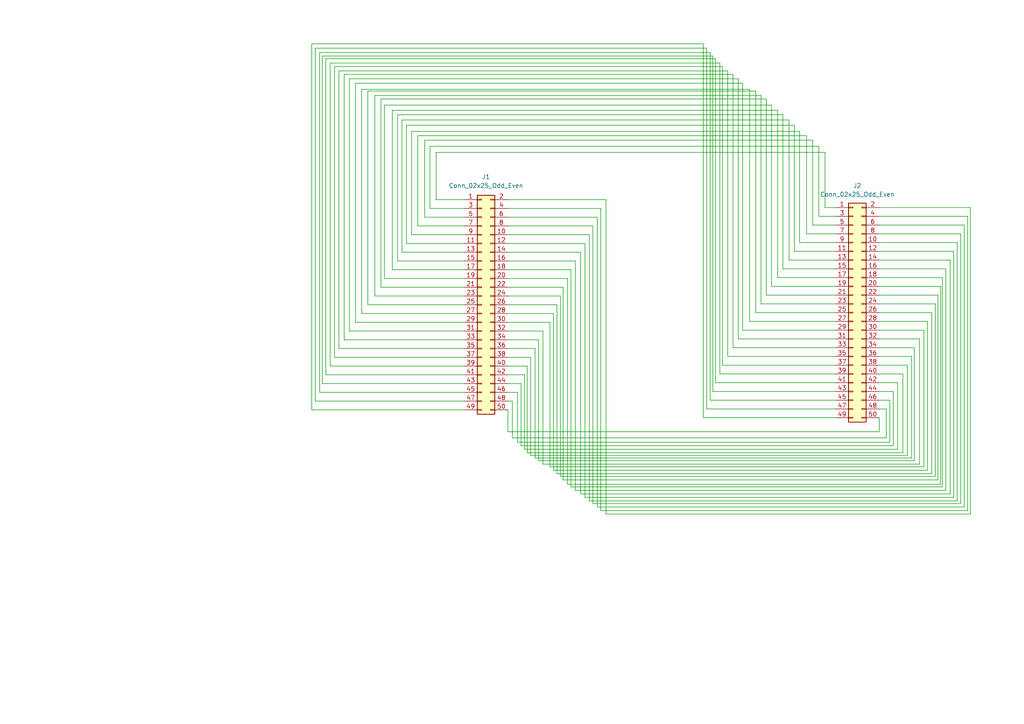
<source format=kicad_sch>
(kicad_sch (version 20211123) (generator eeschema)
  (paper "A4")
  (lib_symbols
    (symbol "Connector_Generic:Conn_02x25_Odd_Even" (pin_names (offset 1.016) hide)
      (property "Reference" "J" (at 1.27 33.02 0))
      (property "Value" "Conn_02x25_Odd_Even" (at 1.27 -33.02 0))
      (symbol "Conn_02x25_Odd_Even_1_1"
        (rectangle (start -1.27 -30.353) (end 0 -30.607) (stroke (width 0.1524)))
        (rectangle (start -1.27 -27.813) (end 0 -28.067) (stroke (width 0.1524)))
        (rectangle (start -1.27 -25.273) (end 0 -25.527) (stroke (width 0.1524)))
        (rectangle (start -1.27 -22.733) (end 0 -22.987) (stroke (width 0.1524)))
        (rectangle (start -1.27 -20.193) (end 0 -20.447) (stroke (width 0.1524)))
        (rectangle (start -1.27 -17.653) (end 0 -17.907) (stroke (width 0.1524)))
        (rectangle (start -1.27 -15.113) (end 0 -15.367) (stroke (width 0.1524)))
        (rectangle (start -1.27 -12.573) (end 0 -12.827) (stroke (width 0.1524)))
        (rectangle (start -1.27 -10.033) (end 0 -10.287) (stroke (width 0.1524)))
        (rectangle (start -1.27 -7.493) (end 0 -7.747) (stroke (width 0.1524)))
        (rectangle (start -1.27 -4.953) (end 0 -5.207) (stroke (width 0.1524)))
        (rectangle (start -1.27 -2.413) (end 0 -2.667) (stroke (width 0.1524)))
        (rectangle (start -1.27 0.127) (end 0 -0.127) (stroke (width 0.1524)))
        (rectangle (start -1.27 2.667) (end 0 2.413) (stroke (width 0.1524)))
        (rectangle (start -1.27 5.207) (end 0 4.953) (stroke (width 0.1524)))
        (rectangle (start -1.27 7.747) (end 0 7.493) (stroke (width 0.1524)))
        (rectangle (start -1.27 10.287) (end 0 10.033) (stroke (width 0.1524)))
        (rectangle (start -1.27 12.827) (end 0 12.573) (stroke (width 0.1524)))
        (rectangle (start -1.27 15.367) (end 0 15.113) (stroke (width 0.1524)))
        (rectangle (start -1.27 17.907) (end 0 17.653) (stroke (width 0.1524)))
        (rectangle (start -1.27 20.447) (end 0 20.193) (stroke (width 0.1524)))
        (rectangle (start -1.27 22.987) (end 0 22.733) (stroke (width 0.1524)))
        (rectangle (start -1.27 25.527) (end 0 25.273) (stroke (width 0.1524)))
        (rectangle (start -1.27 28.067) (end 0 27.813) (stroke (width 0.1524)))
        (rectangle (start -1.27 30.607) (end 0 30.353) (stroke (width 0.1524)))
        (rectangle (start -1.27 31.75) (end 3.81 -31.75) (stroke (width 0.254)) (fill (type background)))
        (rectangle (start 3.81 -30.353) (end 2.54 -30.607) (stroke (width 0.1524)))
        (rectangle (start 3.81 -27.813) (end 2.54 -28.067) (stroke (width 0.1524)))
        (rectangle (start 3.81 -25.273) (end 2.54 -25.527) (stroke (width 0.1524)))
        (rectangle (start 3.81 -22.733) (end 2.54 -22.987) (stroke (width 0.1524)))
        (rectangle (start 3.81 -20.193) (end 2.54 -20.447) (stroke (width 0.1524)))
        (rectangle (start 3.81 -17.653) (end 2.54 -17.907) (stroke (width 0.1524)))
        (rectangle (start 3.81 -15.113) (end 2.54 -15.367) (stroke (width 0.1524)))
        (rectangle (start 3.81 -12.573) (end 2.54 -12.827) (stroke (width 0.1524)))
        (rectangle (start 3.81 -10.033) (end 2.54 -10.287) (stroke (width 0.1524)))
        (rectangle (start 3.81 -7.493) (end 2.54 -7.747) (stroke (width 0.1524)))
        (rectangle (start 3.81 -4.953) (end 2.54 -5.207) (stroke (width 0.1524)))
        (rectangle (start 3.81 -2.413) (end 2.54 -2.667) (stroke (width 0.1524)))
        (rectangle (start 3.81 0.127) (end 2.54 -0.127) (stroke (width 0.1524)))
        (rectangle (start 3.81 2.667) (end 2.54 2.413) (stroke (width 0.1524)))
        (rectangle (start 3.81 5.207) (end 2.54 4.953) (stroke (width 0.1524)))
        (rectangle (start 3.81 7.747) (end 2.54 7.493) (stroke (width 0.1524)))
        (rectangle (start 3.81 10.287) (end 2.54 10.033) (stroke (width 0.1524)))
        (rectangle (start 3.81 12.827) (end 2.54 12.573) (stroke (width 0.1524)))
        (rectangle (start 3.81 15.367) (end 2.54 15.113) (stroke (width 0.1524)))
        (rectangle (start 3.81 17.907) (end 2.54 17.653) (stroke (width 0.1524)))
        (rectangle (start 3.81 20.447) (end 2.54 20.193) (stroke (width 0.1524)))
        (rectangle (start 3.81 22.987) (end 2.54 22.733) (stroke (width 0.1524)))
        (rectangle (start 3.81 25.527) (end 2.54 25.273) (stroke (width 0.1524)))
        (rectangle (start 3.81 28.067) (end 2.54 27.813) (stroke (width 0.1524)))
        (rectangle (start 3.81 30.607) (end 2.54 30.353) (stroke (width 0.1524)))
        (pin passive line (at -5.08 30.48 0) (length 3.81) (name "Pin_1") (number "1"))
        (pin passive line (at 7.62 20.32 180) (length 3.81) (name "Pin_10") (number "10"))
        (pin passive line (at -5.08 17.78 0) (length 3.81) (name "Pin_11") (number "11"))
        (pin passive line (at 7.62 17.78 180) (length 3.81) (name "Pin_12") (number "12"))
        (pin passive line (at -5.08 15.24 0) (length 3.81) (name "Pin_13") (number "13"))
        (pin passive line (at 7.62 15.24 180) (length 3.81) (name "Pin_14") (number "14"))
        (pin passive line (at -5.08 12.7 0) (length 3.81) (name "Pin_15") (number "15"))
        (pin passive line (at 7.62 12.7 180) (length 3.81) (name "Pin_16") (number "16"))
        (pin passive line (at -5.08 10.16 0) (length 3.81) (name "Pin_17") (number "17"))
        (pin passive line (at 7.62 10.16 180) (length 3.81) (name "Pin_18") (number "18"))
        (pin passive line (at -5.08 7.62 0) (length 3.81) (name "Pin_19") (number "19"))
        (pin passive line (at 7.62 30.48 180) (length 3.81) (name "Pin_2") (number "2"))
        (pin passive line (at 7.62 7.62 180) (length 3.81) (name "Pin_20") (number "20"))
        (pin passive line (at -5.08 5.08 0) (length 3.81) (name "Pin_21") (number "21"))
        (pin passive line (at 7.62 5.08 180) (length 3.81) (name "Pin_22") (number "22"))
        (pin passive line (at -5.08 2.54 0) (length 3.81) (name "Pin_23") (number "23"))
        (pin passive line (at 7.62 2.54 180) (length 3.81) (name "Pin_24") (number "24"))
        (pin passive line (at -5.08 0 0) (length 3.81) (name "Pin_25") (number "25"))
        (pin passive line (at 7.62 0 180) (length 3.81) (name "Pin_26") (number "26"))
        (pin passive line (at -5.08 -2.54 0) (length 3.81) (name "Pin_27") (number "27"))
        (pin passive line (at 7.62 -2.54 180) (length 3.81) (name "Pin_28") (number "28"))
        (pin passive line (at -5.08 -5.08 0) (length 3.81) (name "Pin_29") (number "29"))
        (pin passive line (at -5.08 27.94 0) (length 3.81) (name "Pin_3") (number "3"))
        (pin passive line (at 7.62 -5.08 180) (length 3.81) (name "Pin_30") (number "30"))
        (pin passive line (at -5.08 -7.62 0) (length 3.81) (name "Pin_31") (number "31"))
        (pin passive line (at 7.62 -7.62 180) (length 3.81) (name "Pin_32") (number "32"))
        (pin passive line (at -5.08 -10.16 0) (length 3.81) (name "Pin_33") (number "33"))
        (pin passive line (at 7.62 -10.16 180) (length 3.81) (name "Pin_34") (number "34"))
        (pin passive line (at -5.08 -12.7 0) (length 3.81) (name "Pin_35") (number "35"))
        (pin passive line (at 7.62 -12.7 180) (length 3.81) (name "Pin_36") (number "36"))
        (pin passive line (at -5.08 -15.24 0) (length 3.81) (name "Pin_37") (number "37"))
        (pin passive line (at 7.62 -15.24 180) (length 3.81) (name "Pin_38") (number "38"))
        (pin passive line (at -5.08 -17.78 0) (length 3.81) (name "Pin_39") (number "39"))
        (pin passive line (at 7.62 27.94 180) (length 3.81) (name "Pin_4") (number "4"))
        (pin passive line (at 7.62 -17.78 180) (length 3.81) (name "Pin_40") (number "40"))
        (pin passive line (at -5.08 -20.32 0) (length 3.81) (name "Pin_41") (number "41"))
        (pin passive line (at 7.62 -20.32 180) (length 3.81) (name "Pin_42") (number "42"))
        (pin passive line (at -5.08 -22.86 0) (length 3.81) (name "Pin_43") (number "43"))
        (pin passive line (at 7.62 -22.86 180) (length 3.81) (name "Pin_44") (number "44"))
        (pin passive line (at -5.08 -25.4 0) (length 3.81) (name "Pin_45") (number "45"))
        (pin passive line (at 7.62 -25.4 180) (length 3.81) (name "Pin_46") (number "46"))
        (pin passive line (at -5.08 -27.94 0) (length 3.81) (name "Pin_47") (number "47"))
        (pin passive line (at 7.62 -27.94 180) (length 3.81) (name "Pin_48") (number "48"))
        (pin passive line (at -5.08 -30.48 0) (length 3.81) (name "Pin_49") (number "49"))
        (pin passive line (at -5.08 25.4 0) (length 3.81) (name "Pin_5") (number "5"))
        (pin passive line (at 7.62 -30.48 180) (length 3.81) (name "Pin_50") (number "50"))
        (pin passive line (at 7.62 25.4 180) (length 3.81) (name "Pin_6") (number "6"))
        (pin passive line (at -5.08 22.86 0) (length 3.81) (name "Pin_7") (number "7"))
        (pin passive line (at 7.62 22.86 180) (length 3.81) (name "Pin_8") (number "8"))
        (pin passive line (at -5.08 20.32 0) (length 3.81) (name "Pin_9") (number "9"))
      )
    )
  )
  (wire (pts (xy 227.076 33.274) (xy 227.076 77.978)))
  (wire (pts (xy 134.62 93.472) (xy 103.124 93.472)))
  (wire (pts (xy 208.788 18.288) (xy 95.758 18.288)))
  (wire (pts (xy 261.874 108.458) (xy 255.016 108.458)))
  (wire (pts (xy 162.56 85.852) (xy 147.32 85.852)))
  (wire (pts (xy 271.272 138.176) (xy 162.56 138.176)))
  (wire (pts (xy 258.064 116.078) (xy 255.016 116.078)))
  (wire (pts (xy 134.62 83.312) (xy 110.49 83.312)))
  (wire (pts (xy 206.756 113.538) (xy 206.756 16.256)))
  (wire (pts (xy 153.924 132.08) (xy 263.144 132.08)))
  (wire (pts (xy 217.424 93.218) (xy 242.316 93.218)))
  (wire (pts (xy 212.598 100.838) (xy 242.316 100.838)))
  (wire (pts (xy 205.994 116.078) (xy 242.316 116.078)))
  (wire (pts (xy 270.256 90.678) (xy 255.016 90.678)))
  (wire (pts (xy 278.638 146.05) (xy 278.638 67.818)))
  (wire (pts (xy 235.712 65.278) (xy 242.316 65.278)))
  (wire (pts (xy 163.322 139.192) (xy 272.034 139.192)))
  (wire (pts (xy 121.158 39.37) (xy 233.934 39.37)))
  (wire (pts (xy 255.016 83.058) (xy 272.796 83.058)))
  (wire (pts (xy 273.304 80.518) (xy 255.016 80.518)))
  (wire (pts (xy 115.316 75.692) (xy 115.316 33.274)))
  (wire (pts (xy 212.598 21.59) (xy 212.598 100.838)))
  (wire (pts (xy 147.32 103.632) (xy 153.924 103.632)))
  (wire (pts (xy 272.796 140.462) (xy 164.592 140.462)))
  (wire (pts (xy 104.902 25.908) (xy 217.424 25.908)))
  (wire (pts (xy 108.712 85.852) (xy 108.712 27.686)))
  (wire (pts (xy 117.856 36.322) (xy 230.378 36.322)))
  (wire (pts (xy 153.924 103.632) (xy 153.924 132.08)))
  (wire (pts (xy 279.654 147.066) (xy 279.654 65.278)))
  (wire (pts (xy 148.59 116.332) (xy 148.59 127)))
  (wire (pts (xy 258.064 128.27) (xy 258.064 116.078)))
  (wire (pts (xy 209.55 19.304) (xy 209.55 105.918)))
  (wire (pts (xy 91.44 116.332) (xy 91.44 13.97)))
  (wire (pts (xy 207.518 17.018) (xy 207.518 110.998)))
  (wire (pts (xy 155.194 132.842) (xy 264.414 132.842)))
  (wire (pts (xy 134.62 73.152) (xy 116.586 73.152)))
  (wire (pts (xy 123.19 62.992) (xy 123.19 40.64)))
  (wire (pts (xy 150.114 128.27) (xy 258.064 128.27)))
  (wire (pts (xy 166.878 142.24) (xy 166.878 75.692)))
  (wire (pts (xy 276.606 72.898) (xy 255.016 72.898)))
  (wire (pts (xy 108.712 27.686) (xy 220.726 27.686)))
  (wire (pts (xy 272.034 139.192) (xy 272.034 85.598)))
  (wire (pts (xy 163.322 83.312) (xy 163.322 139.192)))
  (wire (pts (xy 97.028 103.632) (xy 97.028 19.304)))
  (wire (pts (xy 124.714 60.452) (xy 124.714 42.418)))
  (wire (pts (xy 92.71 113.792) (xy 92.71 15.24)))
  (wire (pts (xy 134.62 116.332) (xy 91.44 116.332)))
  (wire (pts (xy 168.402 73.152) (xy 147.32 73.152)))
  (wire (pts (xy 207.518 110.998) (xy 242.316 110.998)))
  (wire (pts (xy 281.432 60.198) (xy 281.432 149.098)))
  (wire (pts (xy 220.726 27.686) (xy 220.726 88.138)))
  (wire (pts (xy 106.68 88.392) (xy 106.68 26.416)))
  (wire (pts (xy 98.298 101.092) (xy 134.62 101.092)))
  (wire (pts (xy 223.774 30.48) (xy 223.774 83.058)))
  (wire (pts (xy 159.512 135.382) (xy 159.512 93.472)))
  (wire (pts (xy 98.298 20.574) (xy 98.298 101.092)))
  (wire (pts (xy 170.942 68.072) (xy 147.32 68.072)))
  (wire (pts (xy 274.32 142.24) (xy 166.878 142.24)))
  (wire (pts (xy 175.768 149.098) (xy 175.768 57.912)))
  (wire (pts (xy 162.56 138.176) (xy 162.56 85.852)))
  (wire (pts (xy 134.62 103.632) (xy 97.028 103.632)))
  (wire (pts (xy 214.122 98.298) (xy 214.122 22.86)))
  (wire (pts (xy 147.32 83.312) (xy 163.322 83.312)))
  (wire (pts (xy 126.492 44.196) (xy 239.268 44.196)))
  (wire (pts (xy 147.32 111.252) (xy 151.13 111.252)))
  (wire (pts (xy 223.774 83.058) (xy 242.316 83.058)))
  (wire (pts (xy 268.986 136.398) (xy 268.986 93.218)))
  (wire (pts (xy 113.792 32.004) (xy 225.552 32.004)))
  (wire (pts (xy 233.934 67.818) (xy 242.316 67.818)))
  (wire (pts (xy 95.758 106.172) (xy 134.62 106.172)))
  (wire (pts (xy 204.978 13.97) (xy 204.978 118.618)))
  (wire (pts (xy 173.228 147.066) (xy 279.654 147.066)))
  (wire (pts (xy 119.38 68.072) (xy 119.38 38.1)))
  (wire (pts (xy 220.726 88.138) (xy 242.316 88.138)))
  (wire (pts (xy 151.13 129.286) (xy 259.08 129.286)))
  (wire (pts (xy 257.048 127) (xy 257.048 118.618)))
  (wire (pts (xy 157.48 134.62) (xy 266.7 134.62)))
  (wire (pts (xy 255.016 95.758) (xy 267.97 95.758)))
  (wire (pts (xy 228.854 75.438) (xy 242.316 75.438)))
  (wire (pts (xy 134.62 62.992) (xy 123.19 62.992)))
  (wire (pts (xy 147.32 78.232) (xy 165.608 78.232)))
  (wire (pts (xy 264.414 103.378) (xy 255.016 103.378)))
  (wire (pts (xy 265.176 133.604) (xy 156.21 133.604)))
  (wire (pts (xy 242.316 103.378) (xy 211.074 103.378)))
  (wire (pts (xy 260.35 130.302) (xy 260.35 110.998)))
  (wire (pts (xy 263.144 132.08) (xy 263.144 105.918)))
  (wire (pts (xy 97.028 19.304) (xy 209.55 19.304)))
  (wire (pts (xy 214.122 22.86) (xy 101.346 22.86)))
  (wire (pts (xy 206.756 16.256) (xy 93.472 16.256)))
  (wire (pts (xy 152.146 108.712) (xy 152.146 130.302)))
  (wire (pts (xy 148.59 127) (xy 257.048 127)))
  (wire (pts (xy 260.35 110.998) (xy 255.016 110.998)))
  (wire (pts (xy 274.32 77.978) (xy 274.32 142.24)))
  (wire (pts (xy 134.62 78.232) (xy 113.792 78.232)))
  (wire (pts (xy 255.016 100.838) (xy 265.176 100.838)))
  (wire (pts (xy 215.392 24.13) (xy 215.392 95.758)))
  (wire (pts (xy 272.796 83.058) (xy 272.796 140.462)))
  (wire (pts (xy 255.016 75.438) (xy 275.59 75.438)))
  (wire (pts (xy 147.32 113.792) (xy 150.114 113.792)))
  (wire (pts (xy 227.076 77.978) (xy 242.316 77.978)))
  (wire (pts (xy 275.59 75.438) (xy 275.59 143.256)))
  (wire (pts (xy 273.304 141.224) (xy 273.304 80.518)))
  (wire (pts (xy 147.32 70.612) (xy 169.672 70.612)))
  (wire (pts (xy 239.268 44.196) (xy 239.268 60.198)))
  (wire (pts (xy 255.016 77.978) (xy 274.32 77.978)))
  (wire (pts (xy 134.62 98.552) (xy 99.822 98.552)))
  (wire (pts (xy 103.124 24.13) (xy 215.392 24.13)))
  (wire (pts (xy 242.316 121.158) (xy 203.962 121.158)))
  (wire (pts (xy 126.492 57.912) (xy 126.492 44.196)))
  (wire (pts (xy 151.13 111.252) (xy 151.13 129.286)))
  (wire (pts (xy 270.256 137.414) (xy 270.256 90.678)))
  (wire (pts (xy 147.32 118.872) (xy 147.32 125.222)))
  (wire (pts (xy 222.25 28.702) (xy 222.25 85.598)))
  (wire (pts (xy 90.424 12.7) (xy 90.424 118.872)))
  (wire (pts (xy 134.62 80.772) (xy 111.506 80.772)))
  (wire (pts (xy 205.994 15.24) (xy 205.994 116.078)))
  (wire (pts (xy 281.432 149.098) (xy 175.768 149.098)))
  (wire (pts (xy 164.592 140.462) (xy 164.592 80.772)))
  (wire (pts (xy 103.124 93.472) (xy 103.124 24.13)))
  (wire (pts (xy 242.316 108.458) (xy 208.788 108.458)))
  (wire (pts (xy 159.512 93.472) (xy 147.32 93.472)))
  (wire (pts (xy 152.908 131.318) (xy 261.874 131.318)))
  (wire (pts (xy 166.878 75.692) (xy 147.32 75.692)))
  (wire (pts (xy 259.08 129.286) (xy 259.08 113.538)))
  (wire (pts (xy 259.08 113.538) (xy 255.016 113.538)))
  (wire (pts (xy 93.472 111.252) (xy 134.62 111.252)))
  (wire (pts (xy 261.874 131.318) (xy 261.874 108.458)))
  (wire (pts (xy 217.424 25.908) (xy 217.424 93.218)))
  (wire (pts (xy 95.758 18.288) (xy 95.758 106.172)))
  (wire (pts (xy 268.986 93.218) (xy 255.016 93.218)))
  (wire (pts (xy 264.414 132.842) (xy 264.414 103.378)))
  (wire (pts (xy 134.62 57.912) (xy 126.492 57.912)))
  (wire (pts (xy 93.472 16.256) (xy 93.472 111.252)))
  (wire (pts (xy 161.544 137.414) (xy 270.256 137.414)))
  (wire (pts (xy 99.822 98.552) (xy 99.822 21.59)))
  (wire (pts (xy 91.44 13.97) (xy 204.978 13.97)))
  (wire (pts (xy 147.32 65.532) (xy 171.958 65.532)))
  (wire (pts (xy 147.32 62.992) (xy 173.228 62.992)))
  (wire (pts (xy 147.32 96.012) (xy 157.48 96.012)))
  (wire (pts (xy 170.942 145.288) (xy 170.942 68.072)))
  (wire (pts (xy 152.908 106.172) (xy 152.908 131.318)))
  (wire (pts (xy 111.506 80.772) (xy 111.506 30.48)))
  (wire (pts (xy 123.19 40.64) (xy 235.712 40.64)))
  (wire (pts (xy 211.074 103.378) (xy 211.074 20.574)))
  (wire (pts (xy 101.346 22.86) (xy 101.346 96.012)))
  (wire (pts (xy 169.672 144.272) (xy 276.606 144.272)))
  (wire (pts (xy 267.97 135.382) (xy 159.512 135.382)))
  (wire (pts (xy 106.68 26.416) (xy 219.202 26.416)))
  (wire (pts (xy 230.378 72.898) (xy 242.316 72.898)))
  (wire (pts (xy 115.316 33.274) (xy 227.076 33.274)))
  (wire (pts (xy 203.962 12.7) (xy 90.424 12.7)))
  (wire (pts (xy 160.528 136.398) (xy 268.986 136.398)))
  (wire (pts (xy 111.506 30.48) (xy 223.774 30.48)))
  (wire (pts (xy 152.146 130.302) (xy 260.35 130.302)))
  (wire (pts (xy 203.962 121.158) (xy 203.962 12.7)))
  (wire (pts (xy 110.49 28.702) (xy 222.25 28.702)))
  (wire (pts (xy 157.48 96.012) (xy 157.48 134.62)))
  (wire (pts (xy 134.62 108.712) (xy 94.488 108.712)))
  (wire (pts (xy 255.016 105.918) (xy 263.144 105.918)))
  (wire (pts (xy 156.21 98.552) (xy 147.32 98.552)))
  (wire (pts (xy 134.62 65.532) (xy 121.158 65.532)))
  (wire (pts (xy 134.62 60.452) (xy 124.714 60.452)))
  (wire (pts (xy 279.654 65.278) (xy 255.016 65.278)))
  (wire (pts (xy 271.272 88.138) (xy 271.272 138.176)))
  (wire (pts (xy 277.622 70.358) (xy 277.622 145.288)))
  (wire (pts (xy 134.62 68.072) (xy 119.38 68.072)))
  (wire (pts (xy 147.32 116.332) (xy 148.59 116.332)))
  (wire (pts (xy 266.7 134.62) (xy 266.7 98.298)))
  (wire (pts (xy 174.244 148.082) (xy 280.67 148.082)))
  (wire (pts (xy 208.788 108.458) (xy 208.788 18.288)))
  (wire (pts (xy 147.32 60.452) (xy 174.244 60.452)))
  (wire (pts (xy 119.38 38.1) (xy 231.902 38.1)))
  (wire (pts (xy 94.488 17.018) (xy 207.518 17.018)))
  (wire (pts (xy 225.552 80.518) (xy 242.316 80.518)))
  (wire (pts (xy 219.202 26.416) (xy 219.202 90.678)))
  (wire (pts (xy 280.67 148.082) (xy 280.67 62.738)))
  (wire (pts (xy 211.074 20.574) (xy 98.298 20.574)))
  (wire (pts (xy 147.32 80.772) (xy 164.592 80.772)))
  (wire (pts (xy 175.768 57.912) (xy 147.32 57.912)))
  (wire (pts (xy 209.55 105.918) (xy 242.316 105.918)))
  (wire (pts (xy 235.712 40.64) (xy 235.712 65.278)))
  (wire (pts (xy 239.268 60.198) (xy 242.316 60.198)))
  (wire (pts (xy 237.49 42.418) (xy 237.49 62.738)))
  (wire (pts (xy 171.958 146.05) (xy 278.638 146.05)))
  (wire (pts (xy 242.316 113.538) (xy 206.756 113.538)))
  (wire (pts (xy 255.016 67.818) (xy 278.638 67.818)))
  (wire (pts (xy 230.378 36.322) (xy 230.378 72.898)))
  (wire (pts (xy 173.228 62.992) (xy 173.228 147.066)))
  (wire (pts (xy 171.958 65.532) (xy 171.958 146.05)))
  (wire (pts (xy 267.97 95.758) (xy 267.97 135.382)))
  (wire (pts (xy 147.32 101.092) (xy 155.194 101.092)))
  (wire (pts (xy 156.21 133.604) (xy 156.21 98.552)))
  (wire (pts (xy 228.854 34.798) (xy 228.854 75.438)))
  (wire (pts (xy 99.822 21.59) (xy 212.598 21.59)))
  (wire (pts (xy 222.25 85.598) (xy 242.316 85.598)))
  (wire (pts (xy 147.32 88.392) (xy 161.544 88.392)))
  (wire (pts (xy 255.016 88.138) (xy 271.272 88.138)))
  (wire (pts (xy 134.62 85.852) (xy 108.712 85.852)))
  (wire (pts (xy 150.114 113.792) (xy 150.114 128.27)))
  (wire (pts (xy 276.606 144.272) (xy 276.606 72.898)))
  (wire (pts (xy 110.49 83.312) (xy 110.49 28.702)))
  (wire (pts (xy 275.59 143.256) (xy 168.402 143.256)))
  (wire (pts (xy 219.202 90.678) (xy 242.316 90.678)))
  (wire (pts (xy 160.528 90.932) (xy 160.528 136.398)))
  (wire (pts (xy 94.488 108.712) (xy 94.488 17.018)))
  (wire (pts (xy 168.402 143.256) (xy 168.402 73.152)))
  (wire (pts (xy 265.176 100.838) (xy 265.176 133.604)))
  (wire (pts (xy 116.586 73.152) (xy 116.586 34.798)))
  (wire (pts (xy 231.902 70.358) (xy 242.316 70.358)))
  (wire (pts (xy 117.856 70.612) (xy 117.856 36.322)))
  (wire (pts (xy 134.62 88.392) (xy 106.68 88.392)))
  (wire (pts (xy 237.49 62.738) (xy 242.316 62.738)))
  (wire (pts (xy 147.32 108.712) (xy 152.146 108.712)))
  (wire (pts (xy 124.714 42.418) (xy 237.49 42.418)))
  (wire (pts (xy 134.62 118.872) (xy 90.424 118.872)))
  (wire (pts (xy 104.902 90.932) (xy 104.902 25.908)))
  (wire (pts (xy 255.016 118.618) (xy 257.048 118.618)))
  (wire (pts (xy 134.62 90.932) (xy 104.902 90.932)))
  (wire (pts (xy 266.7 98.298) (xy 255.016 98.298)))
  (wire (pts (xy 134.62 75.692) (xy 115.316 75.692)))
  (wire (pts (xy 134.62 113.792) (xy 92.71 113.792)))
  (wire (pts (xy 225.552 32.004) (xy 225.552 80.518)))
  (wire (pts (xy 242.316 98.298) (xy 214.122 98.298)))
  (wire (pts (xy 161.544 88.392) (xy 161.544 137.414)))
  (wire (pts (xy 113.792 78.232) (xy 113.792 32.004)))
  (wire (pts (xy 165.608 78.232) (xy 165.608 141.224)))
  (wire (pts (xy 233.934 39.37) (xy 233.934 67.818)))
  (wire (pts (xy 174.244 60.452) (xy 174.244 148.082)))
  (wire (pts (xy 169.672 70.612) (xy 169.672 144.272)))
  (wire (pts (xy 255.016 125.222) (xy 255.016 121.158)))
  (wire (pts (xy 280.67 62.738) (xy 255.016 62.738)))
  (wire (pts (xy 272.034 85.598) (xy 255.016 85.598)))
  (wire (pts (xy 277.622 145.288) (xy 170.942 145.288)))
  (wire (pts (xy 121.158 65.532) (xy 121.158 39.37)))
  (wire (pts (xy 92.71 15.24) (xy 205.994 15.24)))
  (wire (pts (xy 165.608 141.224) (xy 273.304 141.224)))
  (wire (pts (xy 255.016 60.198) (xy 281.432 60.198)))
  (wire (pts (xy 155.194 101.092) (xy 155.194 132.842)))
  (wire (pts (xy 134.62 70.612) (xy 117.856 70.612)))
  (wire (pts (xy 101.346 96.012) (xy 134.62 96.012)))
  (wire (pts (xy 255.016 70.358) (xy 277.622 70.358)))
  (wire (pts (xy 147.32 125.222) (xy 255.016 125.222)))
  (wire (pts (xy 204.978 118.618) (xy 242.316 118.618)))
  (wire (pts (xy 147.32 90.932) (xy 160.528 90.932)))
  (wire (pts (xy 215.392 95.758) (xy 242.316 95.758)))
  (wire (pts (xy 147.32 106.172) (xy 152.908 106.172)))
  (wire (pts (xy 231.902 38.1) (xy 231.902 70.358)))
  (wire (pts (xy 116.586 34.798) (xy 228.854 34.798)))
  (symbol (lib_id "Connector_Generic:Conn_02x25_Odd_Even") (at 247.396 90.678 0) (unit 1)
    (property "Reference" "J2" (at 248.666 53.848 0))
    (property "Value" "Conn_02x25_Odd_Even" (at 248.666 56.388 0))
    (property "Footprint" "Connector_PinHeader_2.54mm:Apple II Ext Connector" (effects hide))
  )
  (symbol (lib_id "Connector_Generic:Conn_02x25_Odd_Even") (at 139.7 88.392 0) (unit 1)
    (property "Reference" "J1" (at 140.97 51.308 0))
    (property "Value" "Conn_02x25_Odd_Even" (at 140.97 53.848 0))
    (property "Footprint" "Connector_PCBEdge:PIN_50_EDGE" (effects hide))
  )
)
</source>
